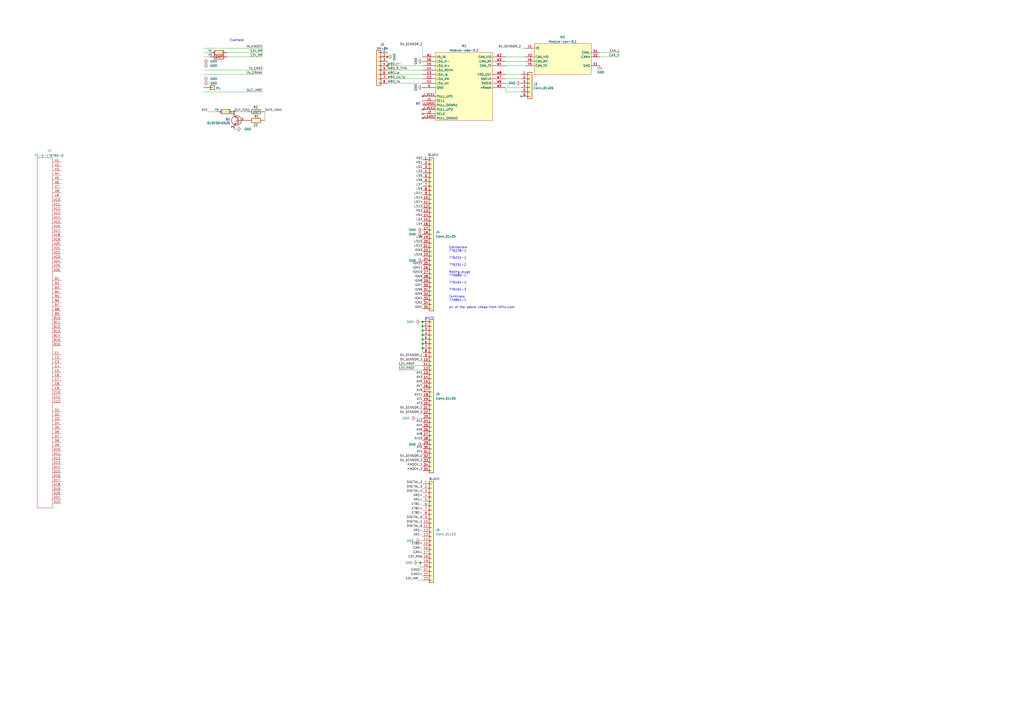
<source format=kicad_sch>
(kicad_sch (version 20210621) (generator eeschema)
  (paper "A2")
  (title_block (title "proteus80vag") (date "2021-09-27") (rev "a") (company "gerefi"))
  (lib_symbols
    (symbol "Connector_Generic:Conn_01x06" (pin_names (offset 1.016) hide)
      (property "Reference" "J" (at 0 7.62 0))
      (property "Value" "Conn_01x06" (at 0 -10.16 0))
      (symbol "Conn_01x06_1_1"
        (rectangle (start -1.27 -7.493) (end 0 -7.747) (stroke (width 0.1524)))
        (rectangle (start -1.27 -4.953) (end 0 -5.207) (stroke (width 0.1524)))
        (rectangle (start -1.27 -2.413) (end 0 -2.667) (stroke (width 0.1524)))
        (rectangle (start -1.27 0.127) (end 0 -0.127) (stroke (width 0.1524)))
        (rectangle (start -1.27 2.667) (end 0 2.413) (stroke (width 0.1524)))
        (rectangle (start -1.27 5.207) (end 0 4.953) (stroke (width 0.1524)))
        (rectangle (start -1.27 6.35) (end 1.27 -8.89) (stroke (width 0.254)) (fill (type background)))
        (pin passive line (at -5.08 5.08 0) (length 3.81) (name "Pin_1") (number "1"))
        (pin passive line (at -5.08 2.54 0) (length 3.81) (name "Pin_2") (number "2"))
        (pin passive line (at -5.08 0 0) (length 3.81) (name "Pin_3") (number "3"))
        (pin passive line (at -5.08 -2.54 0) (length 3.81) (name "Pin_4") (number "4"))
        (pin passive line (at -5.08 -5.08 0) (length 3.81) (name "Pin_5") (number "5"))
        (pin passive line (at -5.08 -7.62 0) (length 3.81) (name "Pin_6") (number "6"))
      )
    )
    (symbol "Connector_Generic:Conn_01x08" (pin_names (offset 1.016) hide)
      (property "Reference" "J" (at 0 10.16 0))
      (property "Value" "Conn_01x08" (at 0 -12.7 0))
      (symbol "Conn_01x08_1_1"
        (rectangle (start -1.27 -10.033) (end 0 -10.287) (stroke (width 0.1524)))
        (rectangle (start -1.27 -7.493) (end 0 -7.747) (stroke (width 0.1524)))
        (rectangle (start -1.27 -4.953) (end 0 -5.207) (stroke (width 0.1524)))
        (rectangle (start -1.27 -2.413) (end 0 -2.667) (stroke (width 0.1524)))
        (rectangle (start -1.27 0.127) (end 0 -0.127) (stroke (width 0.1524)))
        (rectangle (start -1.27 2.667) (end 0 2.413) (stroke (width 0.1524)))
        (rectangle (start -1.27 5.207) (end 0 4.953) (stroke (width 0.1524)))
        (rectangle (start -1.27 7.747) (end 0 7.493) (stroke (width 0.1524)))
        (rectangle (start -1.27 8.89) (end 1.27 -11.43) (stroke (width 0.254)) (fill (type background)))
        (pin passive line (at -5.08 7.62 0) (length 3.81) (name "Pin_1") (number "1"))
        (pin passive line (at -5.08 5.08 0) (length 3.81) (name "Pin_2") (number "2"))
        (pin passive line (at -5.08 2.54 0) (length 3.81) (name "Pin_3") (number "3"))
        (pin passive line (at -5.08 0 0) (length 3.81) (name "Pin_4") (number "4"))
        (pin passive line (at -5.08 -2.54 0) (length 3.81) (name "Pin_5") (number "5"))
        (pin passive line (at -5.08 -5.08 0) (length 3.81) (name "Pin_6") (number "6"))
        (pin passive line (at -5.08 -7.62 0) (length 3.81) (name "Pin_7") (number "7"))
        (pin passive line (at -5.08 -10.16 0) (length 3.81) (name "Pin_8") (number "8"))
      )
    )
    (symbol "Connector_Generic:Conn_01x23" (pin_names (offset 1.016) hide)
      (property "Reference" "J" (at 0 30.48 0))
      (property "Value" "Conn_01x23" (at 0 -30.48 0))
      (symbol "Conn_01x23_1_1"
        (rectangle (start -1.27 -27.813) (end 0 -28.067) (stroke (width 0.1524)))
        (rectangle (start -1.27 -25.273) (end 0 -25.527) (stroke (width 0.1524)))
        (rectangle (start -1.27 -22.733) (end 0 -22.987) (stroke (width 0.1524)))
        (rectangle (start -1.27 -20.193) (end 0 -20.447) (stroke (width 0.1524)))
        (rectangle (start -1.27 -17.653) (end 0 -17.907) (stroke (width 0.1524)))
        (rectangle (start -1.27 -15.113) (end 0 -15.367) (stroke (width 0.1524)))
        (rectangle (start -1.27 -12.573) (end 0 -12.827) (stroke (width 0.1524)))
        (rectangle (start -1.27 -10.033) (end 0 -10.287) (stroke (width 0.1524)))
        (rectangle (start -1.27 -7.493) (end 0 -7.747) (stroke (width 0.1524)))
        (rectangle (start -1.27 -4.953) (end 0 -5.207) (stroke (width 0.1524)))
        (rectangle (start -1.27 -2.413) (end 0 -2.667) (stroke (width 0.1524)))
        (rectangle (start -1.27 0.127) (end 0 -0.127) (stroke (width 0.1524)))
        (rectangle (start -1.27 2.667) (end 0 2.413) (stroke (width 0.1524)))
        (rectangle (start -1.27 5.207) (end 0 4.953) (stroke (width 0.1524)))
        (rectangle (start -1.27 7.747) (end 0 7.493) (stroke (width 0.1524)))
        (rectangle (start -1.27 10.287) (end 0 10.033) (stroke (width 0.1524)))
        (rectangle (start -1.27 12.827) (end 0 12.573) (stroke (width 0.1524)))
        (rectangle (start -1.27 15.367) (end 0 15.113) (stroke (width 0.1524)))
        (rectangle (start -1.27 17.907) (end 0 17.653) (stroke (width 0.1524)))
        (rectangle (start -1.27 20.447) (end 0 20.193) (stroke (width 0.1524)))
        (rectangle (start -1.27 22.987) (end 0 22.733) (stroke (width 0.1524)))
        (rectangle (start -1.27 25.527) (end 0 25.273) (stroke (width 0.1524)))
        (rectangle (start -1.27 28.067) (end 0 27.813) (stroke (width 0.1524)))
        (rectangle (start -1.27 29.21) (end 1.27 -29.21) (stroke (width 0.254)) (fill (type background)))
        (pin passive line (at -5.08 27.94 0) (length 3.81) (name "Pin_1") (number "1"))
        (pin passive line (at -5.08 5.08 0) (length 3.81) (name "Pin_10") (number "10"))
        (pin passive line (at -5.08 2.54 0) (length 3.81) (name "Pin_11") (number "11"))
        (pin passive line (at -5.08 0 0) (length 3.81) (name "Pin_12") (number "12"))
        (pin passive line (at -5.08 -2.54 0) (length 3.81) (name "Pin_13") (number "13"))
        (pin passive line (at -5.08 -5.08 0) (length 3.81) (name "Pin_14") (number "14"))
        (pin passive line (at -5.08 -7.62 0) (length 3.81) (name "Pin_15") (number "15"))
        (pin passive line (at -5.08 -10.16 0) (length 3.81) (name "Pin_16") (number "16"))
        (pin passive line (at -5.08 -12.7 0) (length 3.81) (name "Pin_17") (number "17"))
        (pin passive line (at -5.08 -15.24 0) (length 3.81) (name "Pin_18") (number "18"))
        (pin passive line (at -5.08 -17.78 0) (length 3.81) (name "Pin_19") (number "19"))
        (pin passive line (at -5.08 25.4 0) (length 3.81) (name "Pin_2") (number "2"))
        (pin passive line (at -5.08 -20.32 0) (length 3.81) (name "Pin_20") (number "20"))
        (pin passive line (at -5.08 -22.86 0) (length 3.81) (name "Pin_21") (number "21"))
        (pin passive line (at -5.08 -25.4 0) (length 3.81) (name "Pin_22") (number "22"))
        (pin passive line (at -5.08 -27.94 0) (length 3.81) (name "Pin_23") (number "23"))
        (pin passive line (at -5.08 22.86 0) (length 3.81) (name "Pin_3") (number "3"))
        (pin passive line (at -5.08 20.32 0) (length 3.81) (name "Pin_4") (number "4"))
        (pin passive line (at -5.08 17.78 0) (length 3.81) (name "Pin_5") (number "5"))
        (pin passive line (at -5.08 15.24 0) (length 3.81) (name "Pin_6") (number "6"))
        (pin passive line (at -5.08 12.7 0) (length 3.81) (name "Pin_7") (number "7"))
        (pin passive line (at -5.08 10.16 0) (length 3.81) (name "Pin_8") (number "8"))
        (pin passive line (at -5.08 7.62 0) (length 3.81) (name "Pin_9") (number "9"))
      )
    )
    (symbol "Connector_Generic:Conn_01x35" (pin_names (offset 1.016) hide)
      (property "Reference" "J" (at 0 45.72 0))
      (property "Value" "Conn_01x35" (at 0 -45.72 0))
      (symbol "Conn_01x35_1_1"
        (rectangle (start -1.27 -43.053) (end 0 -43.307) (stroke (width 0.1524)))
        (rectangle (start -1.27 -40.513) (end 0 -40.767) (stroke (width 0.1524)))
        (rectangle (start -1.27 -37.973) (end 0 -38.227) (stroke (width 0.1524)))
        (rectangle (start -1.27 -35.433) (end 0 -35.687) (stroke (width 0.1524)))
        (rectangle (start -1.27 -32.893) (end 0 -33.147) (stroke (width 0.1524)))
        (rectangle (start -1.27 -30.353) (end 0 -30.607) (stroke (width 0.1524)))
        (rectangle (start -1.27 -27.813) (end 0 -28.067) (stroke (width 0.1524)))
        (rectangle (start -1.27 -25.273) (end 0 -25.527) (stroke (width 0.1524)))
        (rectangle (start -1.27 -22.733) (end 0 -22.987) (stroke (width 0.1524)))
        (rectangle (start -1.27 -20.193) (end 0 -20.447) (stroke (width 0.1524)))
        (rectangle (start -1.27 -17.653) (end 0 -17.907) (stroke (width 0.1524)))
        (rectangle (start -1.27 -15.113) (end 0 -15.367) (stroke (width 0.1524)))
        (rectangle (start -1.27 -12.573) (end 0 -12.827) (stroke (width 0.1524)))
        (rectangle (start -1.27 -10.033) (end 0 -10.287) (stroke (width 0.1524)))
        (rectangle (start -1.27 -7.493) (end 0 -7.747) (stroke (width 0.1524)))
        (rectangle (start -1.27 -4.953) (end 0 -5.207) (stroke (width 0.1524)))
        (rectangle (start -1.27 -2.413) (end 0 -2.667) (stroke (width 0.1524)))
        (rectangle (start -1.27 0.127) (end 0 -0.127) (stroke (width 0.1524)))
        (rectangle (start -1.27 2.667) (end 0 2.413) (stroke (width 0.1524)))
        (rectangle (start -1.27 5.207) (end 0 4.953) (stroke (width 0.1524)))
        (rectangle (start -1.27 7.747) (end 0 7.493) (stroke (width 0.1524)))
        (rectangle (start -1.27 10.287) (end 0 10.033) (stroke (width 0.1524)))
        (rectangle (start -1.27 12.827) (end 0 12.573) (stroke (width 0.1524)))
        (rectangle (start -1.27 15.367) (end 0 15.113) (stroke (width 0.1524)))
        (rectangle (start -1.27 17.907) (end 0 17.653) (stroke (width 0.1524)))
        (rectangle (start -1.27 20.447) (end 0 20.193) (stroke (width 0.1524)))
        (rectangle (start -1.27 22.987) (end 0 22.733) (stroke (width 0.1524)))
        (rectangle (start -1.27 25.527) (end 0 25.273) (stroke (width 0.1524)))
        (rectangle (start -1.27 28.067) (end 0 27.813) (stroke (width 0.1524)))
        (rectangle (start -1.27 30.607) (end 0 30.353) (stroke (width 0.1524)))
        (rectangle (start -1.27 33.147) (end 0 32.893) (stroke (width 0.1524)))
        (rectangle (start -1.27 35.687) (end 0 35.433) (stroke (width 0.1524)))
        (rectangle (start -1.27 38.227) (end 0 37.973) (stroke (width 0.1524)))
        (rectangle (start -1.27 40.767) (end 0 40.513) (stroke (width 0.1524)))
        (rectangle (start -1.27 43.307) (end 0 43.053) (stroke (width 0.1524)))
        (rectangle (start -1.27 44.45) (end 1.27 -44.45) (stroke (width 0.254)) (fill (type background)))
        (pin passive line (at -5.08 43.18 0) (length 3.81) (name "Pin_1") (number "1"))
        (pin passive line (at -5.08 20.32 0) (length 3.81) (name "Pin_10") (number "10"))
        (pin passive line (at -5.08 17.78 0) (length 3.81) (name "Pin_11") (number "11"))
        (pin passive line (at -5.08 15.24 0) (length 3.81) (name "Pin_12") (number "12"))
        (pin passive line (at -5.08 12.7 0) (length 3.81) (name "Pin_13") (number "13"))
        (pin passive line (at -5.08 10.16 0) (length 3.81) (name "Pin_14") (number "14"))
        (pin passive line (at -5.08 7.62 0) (length 3.81) (name "Pin_15") (number "15"))
        (pin passive line (at -5.08 5.08 0) (length 3.81) (name "Pin_16") (number "16"))
        (pin passive line (at -5.08 2.54 0) (length 3.81) (name "Pin_17") (number "17"))
        (pin passive line (at -5.08 0 0) (length 3.81) (name "Pin_18") (number "18"))
        (pin passive line (at -5.08 -2.54 0) (length 3.81) (name "Pin_19") (number "19"))
        (pin passive line (at -5.08 40.64 0) (length 3.81) (name "Pin_2") (number "2"))
        (pin passive line (at -5.08 -5.08 0) (length 3.81) (name "Pin_20") (number "20"))
        (pin passive line (at -5.08 -7.62 0) (length 3.81) (name "Pin_21") (number "21"))
        (pin passive line (at -5.08 -10.16 0) (length 3.81) (name "Pin_22") (number "22"))
        (pin passive line (at -5.08 -12.7 0) (length 3.81) (name "Pin_23") (number "23"))
        (pin passive line (at -5.08 -15.24 0) (length 3.81) (name "Pin_24") (number "24"))
        (pin passive line (at -5.08 -17.78 0) (length 3.81) (name "Pin_25") (number "25"))
        (pin passive line (at -5.08 -20.32 0) (length 3.81) (name "Pin_26") (number "26"))
        (pin passive line (at -5.08 -22.86 0) (length 3.81) (name "Pin_27") (number "27"))
        (pin passive line (at -5.08 -25.4 0) (length 3.81) (name "Pin_28") (number "28"))
        (pin passive line (at -5.08 -27.94 0) (length 3.81) (name "Pin_29") (number "29"))
        (pin passive line (at -5.08 38.1 0) (length 3.81) (name "Pin_3") (number "3"))
        (pin passive line (at -5.08 -30.48 0) (length 3.81) (name "Pin_30") (number "30"))
        (pin passive line (at -5.08 -33.02 0) (length 3.81) (name "Pin_31") (number "31"))
        (pin passive line (at -5.08 -35.56 0) (length 3.81) (name "Pin_32") (number "32"))
        (pin passive line (at -5.08 -38.1 0) (length 3.81) (name "Pin_33") (number "33"))
        (pin passive line (at -5.08 -40.64 0) (length 3.81) (name "Pin_34") (number "34"))
        (pin passive line (at -5.08 -43.18 0) (length 3.81) (name "Pin_35") (number "35"))
        (pin passive line (at -5.08 35.56 0) (length 3.81) (name "Pin_4") (number "4"))
        (pin passive line (at -5.08 33.02 0) (length 3.81) (name "Pin_5") (number "5"))
        (pin passive line (at -5.08 30.48 0) (length 3.81) (name "Pin_6") (number "6"))
        (pin passive line (at -5.08 27.94 0) (length 3.81) (name "Pin_7") (number "7"))
        (pin passive line (at -5.08 25.4 0) (length 3.81) (name "Pin_8") (number "8"))
        (pin passive line (at -5.08 22.86 0) (length 3.81) (name "Pin_9") (number "9"))
      )
    )
    (symbol "Device:Q_NIGBT_GCE" (pin_names (offset 0) hide)
      (property "Reference" "Q" (at 5.08 1.27 0))
      (property "Value" "Q_NIGBT_GCE" (at 5.08 -1.27 0))
      (symbol "Q_NIGBT_GCE_0_1"
        (circle (center 1.27 0) (radius 2.8194) (stroke (width 0.254)))
        (polyline (pts (xy 0.762 -1.016) (xy 0.762 -2.032)) (stroke (width 0.254)))
        (polyline (pts (xy 0.762 0.508) (xy 0.762 -0.508)) (stroke (width 0.254)))
        (polyline (pts (xy 0.762 2.032) (xy 0.762 1.016)) (stroke (width 0.254)))
        (polyline (pts (xy 2.54 -2.413) (xy 0.762 -1.524)))
        (polyline (pts (xy 2.54 -0.889) (xy 0.762 0)))
        (polyline (pts (xy 2.54 2.413) (xy 0.762 1.524)))
        (polyline (pts (xy 0.254 1.905) (xy 0.254 -1.905) (xy 0.254 -1.905)) (stroke (width 0.254)))
        (polyline (pts (xy 1.397 -2.159) (xy 1.651 -1.651) (xy 2.54 -2.413) (xy 1.397 -2.159)) (fill (type outline)))
        (polyline (pts (xy 2.159 1.905) (xy 1.905 2.413) (xy 1.016 1.651) (xy 2.159 1.905)) (fill (type outline)))
      )
      (symbol "Q_NIGBT_GCE_1_1"
        (pin input line (at -5.08 0 0) (length 5.334) (name "G") (number "1"))
        (pin passive line (at 2.54 5.08 270) (length 2.54) (name "C") (number "2"))
        (pin passive line (at 2.54 -5.08 90) (length 2.54) (name "E") (number "3"))
      )
    )
    (symbol "TE-3-178780-6_76P:TE-3-178780-6" (pin_names (offset 1.016))
      (property "Reference" "J?" (at 1.27 3.81 0))
      (property "Value" "TE-3-178780-6" (at 8.89 1.27 0))
      (symbol "TE-3-178780-6_0_1"
        (rectangle (start 8.89 -203.2) (end 0 0) (stroke (width 0.1524)))
      )
      (symbol "TE-3-178780-6_1_1"
        (pin passive line (at 13.97 -2.54 180) (length 5.08) (name "") (number "A1"))
        (pin passive line (at 13.97 -25.4 180) (length 5.08) (name "") (number "A10"))
        (pin passive line (at 13.97 -27.94 180) (length 5.08) (name "") (number "A11"))
        (pin passive line (at 13.97 -30.48 180) (length 5.08) (name "") (number "A12"))
        (pin passive line (at 13.97 -33.02 180) (length 5.08) (name "") (number "A13"))
        (pin passive line (at 13.97 -35.56 180) (length 5.08) (name "") (number "A14"))
        (pin passive line (at 13.97 -38.1 180) (length 5.08) (name "") (number "A15"))
        (pin passive line (at 13.97 -40.64 180) (length 5.08) (name "") (number "A16"))
        (pin passive line (at 13.97 -43.18 180) (length 5.08) (name "") (number "A17"))
        (pin passive line (at 13.97 -45.72 180) (length 5.08) (name "") (number "A18"))
        (pin passive line (at 13.97 -48.26 180) (length 5.08) (name "") (number "A19"))
        (pin passive line (at 13.97 -5.08 180) (length 5.08) (name "") (number "A2"))
        (pin passive line (at 13.97 -50.8 180) (length 5.08) (name "") (number "A20"))
        (pin passive line (at 13.97 -53.34 180) (length 5.08) (name "") (number "A21"))
        (pin passive line (at 13.97 -55.88 180) (length 5.08) (name "") (number "A22"))
        (pin passive line (at 13.97 -58.42 180) (length 5.08) (name "") (number "A23"))
        (pin passive line (at 13.97 -60.96 180) (length 5.08) (name "") (number "A24"))
        (pin passive line (at 13.97 -63.5 180) (length 5.08) (name "") (number "A25"))
        (pin passive line (at 13.97 -66.04 180) (length 5.08) (name "") (number "A26"))
        (pin passive line (at 13.97 -7.62 180) (length 5.08) (name "") (number "A3"))
        (pin passive line (at 13.97 -10.16 180) (length 5.08) (name "") (number "A4"))
        (pin passive line (at 13.97 -12.7 180) (length 5.08) (name "") (number "A5"))
        (pin passive line (at 13.97 -15.24 180) (length 5.08) (name "") (number "A6"))
        (pin passive line (at 13.97 -17.78 180) (length 5.08) (name "") (number "A7"))
        (pin passive line (at 13.97 -20.32 180) (length 5.08) (name "") (number "A8"))
        (pin passive line (at 13.97 -22.86 180) (length 5.08) (name "") (number "A9"))
        (pin passive line (at 13.97 -71.12 180) (length 5.08) (name "") (number "B1"))
        (pin passive line (at 13.97 -93.98 180) (length 5.08) (name "") (number "B10"))
        (pin passive line (at 13.97 -96.52 180) (length 5.08) (name "") (number "B11"))
        (pin passive line (at 13.97 -99.06 180) (length 5.08) (name "") (number "B12"))
        (pin passive line (at 13.97 -101.6 180) (length 5.08) (name "") (number "B13"))
        (pin passive line (at 13.97 -104.14 180) (length 5.08) (name "") (number "B14"))
        (pin passive line (at 13.97 -106.68 180) (length 5.08) (name "") (number "B15"))
        (pin passive line (at 13.97 -109.22 180) (length 5.08) (name "") (number "B16"))
        (pin passive line (at 13.97 -73.66 180) (length 5.08) (name "") (number "B2"))
        (pin passive line (at 13.97 -76.2 180) (length 5.08) (name "") (number "B3"))
        (pin passive line (at 13.97 -78.74 180) (length 5.08) (name "") (number "B4"))
        (pin passive line (at 13.97 -81.28 180) (length 5.08) (name "") (number "B5"))
        (pin passive line (at 13.97 -83.82 180) (length 5.08) (name "") (number "B6"))
        (pin passive line (at 13.97 -86.36 180) (length 5.08) (name "") (number "B7"))
        (pin passive line (at 13.97 -88.9 180) (length 5.08) (name "") (number "B8"))
        (pin passive line (at 13.97 -91.44 180) (length 5.08) (name "") (number "B9"))
        (pin passive line (at 13.97 -114.3 180) (length 5.08) (name "") (number "C1"))
        (pin passive line (at 13.97 -137.16 180) (length 5.08) (name "") (number "C10"))
        (pin passive line (at 13.97 -139.7 180) (length 5.08) (name "") (number "C11"))
        (pin passive line (at 13.97 -142.24 180) (length 5.08) (name "") (number "C12"))
        (pin passive line (at 13.97 -116.84 180) (length 5.08) (name "") (number "C2"))
        (pin passive line (at 13.97 -119.38 180) (length 5.08) (name "") (number "C3"))
        (pin passive line (at 13.97 -121.92 180) (length 5.08) (name "") (number "C4"))
        (pin passive line (at 13.97 -124.46 180) (length 5.08) (name "") (number "C5"))
        (pin passive line (at 13.97 -127 180) (length 5.08) (name "") (number "C6"))
        (pin passive line (at 13.97 -129.54 180) (length 5.08) (name "") (number "C7"))
        (pin passive line (at 13.97 -132.08 180) (length 5.08) (name "") (number "C8"))
        (pin passive line (at 13.97 -134.62 180) (length 5.08) (name "") (number "C9"))
        (pin passive line (at 13.97 -147.32 180) (length 5.08) (name "") (number "D1"))
        (pin passive line (at 13.97 -170.18 180) (length 5.08) (name "") (number "D10"))
        (pin passive line (at 13.97 -172.72 180) (length 5.08) (name "") (number "D11"))
        (pin passive line (at 13.97 -175.26 180) (length 5.08) (name "") (number "D12"))
        (pin passive line (at 13.97 -177.8 180) (length 5.08) (name "") (number "D13"))
        (pin passive line (at 13.97 -180.34 180) (length 5.08) (name "") (number "D14"))
        (pin passive line (at 13.97 -182.88 180) (length 5.08) (name "") (number "D15"))
        (pin passive line (at 13.97 -185.42 180) (length 5.08) (name "") (number "D16"))
        (pin passive line (at 13.97 -187.96 180) (length 5.08) (name "") (number "D17"))
        (pin passive line (at 13.97 -190.5 180) (length 5.08) (name "") (number "D18"))
        (pin passive line (at 13.97 -193.04 180) (length 5.08) (name "") (number "D19"))
        (pin passive line (at 13.97 -149.86 180) (length 5.08) (name "") (number "D2"))
        (pin passive line (at 13.97 -195.58 180) (length 5.08) (name "") (number "D20"))
        (pin passive line (at 13.97 -198.12 180) (length 5.08) (name "") (number "D21"))
        (pin passive line (at 13.97 -200.66 180) (length 5.08) (name "") (number "D22"))
        (pin passive line (at 13.97 -152.4 180) (length 5.08) (name "") (number "D3"))
        (pin passive line (at 13.97 -154.94 180) (length 5.08) (name "") (number "D4"))
        (pin passive line (at 13.97 -157.48 180) (length 5.08) (name "") (number "D5"))
        (pin passive line (at 13.97 -160.02 180) (length 5.08) (name "") (number "D6"))
        (pin passive line (at 13.97 -162.56 180) (length 5.08) (name "") (number "D7"))
        (pin passive line (at 13.97 -165.1 180) (length 5.08) (name "") (number "D8"))
        (pin passive line (at 13.97 -167.64 180) (length 5.08) (name "") (number "D9"))
      )
    )
    (symbol "hellen-one-can-0.1:Module-can-0.1"
      (property "Reference" "M" (at 0 0 0))
      (property "Value" "Module-can-0.1" (at 0 0 0))
      (symbol "Module-can-0.1_1_0"
        (rectangle (start 33.02 0) (end 0 -17.78) (fill (type background)))
        (pin passive line (at 38.1 -12.7 180) (length 5.08) (name "GND") (number "E1"))
        (pin passive line (at 38.1 -5.08 180) (length 5.08) (name "CANL") (number "S1"))
        (pin passive line (at 38.1 -7.62 180) (length 5.08) (name "CANH") (number "S2"))
        (pin passive line (at -5.08 -2.54 0) (length 5.08) (name "V5") (number "V1"))
        (pin passive line (at -5.08 -7.62 0) (length 5.08) (name "CAN_VIO") (number "V2"))
        (pin passive line (at -5.08 -12.7 0) (length 5.08) (name "CAN_TX") (number "V5"))
        (pin passive line (at -5.08 -10.16 0) (length 5.08) (name "CAN_RX") (number "V6"))
      )
    )
    (symbol "hellen-one-common:Fuse-Pad-Pad" (pin_numbers hide) (pin_names (offset 0.762) hide)
      (property "Reference" "F" (at 0 2.54 0))
      (symbol "Fuse-Pad-Pad_0_1"
        (arc (start -1.27 0) (end 0 0) (radius (at -0.635 0.2137) (length 0.67) (angles -161.4 -18.6)) (stroke (width 0.0006)))
        (arc (start 0 0) (end 1.27 0) (radius (at 0.635 -0.3076) (length 0.7056) (angles 154.2 25.8)) (stroke (width 0.0006)))
        (circle (center -2.54 0) (radius 0.762))
        (circle (center 2.54 0) (radius 0.762))
        (pin passive line (at -5.08 0 0) (length 2.54) (name "1") (number "1"))
        (pin passive line (at 5.08 0 180) (length 2.54) (name "2") (number "2"))
      )
      (symbol "Fuse-Pad-Pad_1_0"
        (rectangle (start -2.54 -1.27) (end 2.54 1.27) (stroke (width 0.254)) (fill (type background)))
      )
    )
    (symbol "hellen-one-common:Pad" (pin_numbers hide) (pin_names (offset 1.016) hide)
      (property "Reference" "P" (at 2.54 0 0))
      (symbol "Pad_1_1"
        (rectangle (start -1.27 0.127) (end 0 -0.127) (stroke (width 0.1524)))
        (rectangle (start -1.27 1.27) (end 1.27 -1.27) (stroke (width 0.254)) (fill (type background)))
        (pin passive line (at -5.08 0 0) (length 3.81) (name "Pin_1") (number "1"))
      )
    )
    (symbol "hellen-one-common:Res" (pin_numbers hide)
      (property "Reference" "R" (at 3.81 2.54 0))
      (property "Value" "Res" (at 5.08 -2.54 0))
      (symbol "Res_1_0"
        (rectangle (start 2.54 -1.27) (end 7.62 1.27) (stroke (width 0.254)) (fill (type background)))
        (pin passive line (at 0 0 0) (length 2.54) (name "") (number "1"))
        (pin passive line (at 10.16 0 180) (length 2.54) (name "") (number "2"))
      )
    )
    (symbol "hellen-one-wbo-0.2:Module-wbo-0.2"
      (property "Reference" "M" (at 1.27 1.27 0))
      (property "Value" "Module-wbo-0.2" (at 8.89 -40.64 0))
      (symbol "Module-wbo-0.2_1_0"
        (rectangle (start 0 0) (end 33.02 -39.37) (fill (type background)))
        (pin passive line (at 40.64 -17.78 180) (length 7.62) (name "LSU_Un") (number "E1"))
        (pin passive line (at 40.64 -15.24 180) (length 7.62) (name "LSU_Vm") (number "E2"))
        (pin passive line (at 40.64 -12.7 180) (length 7.62) (name "LSU_Ip") (number "E3"))
        (pin passive line (at 40.64 -10.16 180) (length 7.62) (name "LSU_Rtrim") (number "E4"))
        (pin passive line (at 40.64 -7.62 180) (length 7.62) (name "LSU_H+") (number "E5"))
        (pin passive line (at 40.64 -5.08 180) (length 7.62) (name "LSU_H-") (number "E6"))
        (pin passive line (at 40.64 -20.32 180) (length 7.62) (name "GND") (number "G"))
        (pin passive line (at 40.64 -27.94 180) (length 7.62) (name "SEL1") (number "J1"))
        (pin passive line (at 40.64 -35.56 180) (length 7.62) (name "SEL2") (number "J2"))
        (pin passive line (at 40.64 -30.48 180) (length 7.62) (name "PULL_DOWN1") (number "J_GND1"))
        (pin passive line (at 40.64 -38.1 180) (length 7.62) (name "PULL_DOWN2") (number "J_GND2"))
        (pin passive line (at 40.64 -25.4 180) (length 7.62) (name "PULL_UP1") (number "J_VCC1"))
        (pin passive line (at 40.64 -33.02 180) (length 7.62) (name "PULL_UP2") (number "J_VCC2"))
        (pin passive line (at 40.64 -2.54 180) (length 7.62) (name "V5_IN") (number "W1"))
        (pin passive line (at -7.62 -2.54 0) (length 7.62) (name "CAN_VIO") (number "W2"))
        (pin passive line (at -7.62 -5.08 0) (length 7.62) (name "CAN_RX") (number "W3"))
        (pin passive line (at -7.62 -7.62 0) (length 7.62) (name "CAN_TX") (number "W4"))
        (pin passive line (at -7.62 -20.32 0) (length 7.62) (name "nReset") (number "W5"))
        (pin passive line (at -7.62 -17.78 0) (length 7.62) (name "SWDIO") (number "W6"))
        (pin passive line (at -7.62 -15.24 0) (length 7.62) (name "SWCLK") (number "W7"))
        (pin passive line (at -7.62 -12.7 0) (length 7.62) (name "V33_OUT") (number "W8"))
      )
    )
    (symbol "power:GND" (power) (pin_names (offset 0))
      (property "Value" "GND" (at 0 -3.81 0))
      (symbol "GND_0_1"
        (polyline (pts (xy 0 0) (xy 0 -1.27) (xy 1.27 -1.27) (xy 0 -2.54) (xy -1.27 -1.27) (xy 0 -1.27)))
      )
      (symbol "GND_1_1"
        (pin power_in line (at 0 0 270) (length 0) hide (name "GND") (number "1"))
      )
    )
  )
  (junction (at 135.89 64.77))
  (junction (at 224.79 33.02) (diameter 1.016))
  (junction (at 224.79 38.1) (diameter 1.016))
  (junction (at 243.84 326.39) (diameter 1.016))
  (junction (at 245.11 186.69) (diameter 1.016))
  (junction (at 245.11 189.23) (diameter 1.016))
  (junction (at 245.11 191.77) (diameter 1.016))
  (junction (at 245.11 194.31) (diameter 1.016))
  (junction (at 245.11 196.85) (diameter 1.016))
  (junction (at 245.11 199.39) (diameter 1.016))
  (junction (at 245.11 201.93) (diameter 1.016))
  (no_connect (at 245.11 55.88))
  (no_connect (at 245.11 63.5))
  (no_connect (at 245.11 66.04))
  (no_connect (at 245.11 68.58))
  (no_connect (at 302.26 55.88))
  (wire (pts (xy 118.11 27.94) (xy 152.4 27.94)))
  (wire (pts (xy 118.11 43.18) (xy 152.4 43.18)))
  (wire (pts (xy 118.11 53.34) (xy 152.4 53.34)))
  (wire (pts (xy 120.65 64.77) (xy 125.73 64.77)))
  (wire (pts (xy 121.92 30.48) (xy 118.11 30.48)))
  (wire (pts (xy 121.92 33.02) (xy 118.11 33.02)))
  (wire (pts (xy 135.89 64.77) (xy 143.51 64.77)))
  (wire (pts (xy 137.16 74.93) (xy 135.89 74.93)))
  (wire (pts (xy 152.4 30.48) (xy 132.08 30.48)))
  (wire (pts (xy 152.4 33.02) (xy 132.08 33.02)))
  (wire (pts (xy 152.4 40.64) (xy 118.11 40.64)))
  (wire (pts (xy 153.67 64.77) (xy 153.67 69.85)))
  (wire (pts (xy 224.79 30.48) (xy 224.79 33.02)))
  (wire (pts (xy 224.79 35.56) (xy 224.79 38.1)))
  (wire (pts (xy 224.79 38.1) (xy 245.11 38.1)))
  (wire (pts (xy 224.79 40.64) (xy 245.11 40.64)))
  (wire (pts (xy 224.79 43.18) (xy 245.11 43.18)))
  (wire (pts (xy 224.79 45.72) (xy 245.11 45.72)))
  (wire (pts (xy 224.79 48.26) (xy 245.11 48.26)))
  (wire (pts (xy 231.14 212.09) (xy 245.11 212.09)))
  (wire (pts (xy 231.14 214.63) (xy 245.11 214.63)))
  (wire (pts (xy 241.3 242.57) (xy 245.11 242.57)))
  (wire (pts (xy 242.57 326.39) (xy 243.84 326.39)))
  (wire (pts (xy 242.57 336.55) (xy 245.11 336.55)))
  (wire (pts (xy 243.84 186.69) (xy 245.11 186.69)))
  (wire (pts (xy 243.84 313.69) (xy 245.11 313.69)))
  (wire (pts (xy 243.84 326.39) (xy 243.84 328.93)))
  (wire (pts (xy 243.84 328.93) (xy 245.11 328.93)))
  (wire (pts (xy 245.11 26.67) (xy 245.11 33.02)))
  (wire (pts (xy 245.11 58.42) (xy 245.11 60.96)))
  (wire (pts (xy 245.11 186.69) (xy 245.11 189.23)))
  (wire (pts (xy 245.11 189.23) (xy 245.11 191.77)))
  (wire (pts (xy 245.11 191.77) (xy 245.11 194.31)))
  (wire (pts (xy 245.11 194.31) (xy 245.11 196.85)))
  (wire (pts (xy 245.11 196.85) (xy 245.11 199.39)))
  (wire (pts (xy 245.11 199.39) (xy 245.11 201.93)))
  (wire (pts (xy 245.11 201.93) (xy 245.11 204.47)))
  (wire (pts (xy 245.11 326.39) (xy 243.84 326.39)))
  (wire (pts (xy 293.37 33.02) (xy 304.8 33.02)))
  (wire (pts (xy 293.37 35.56) (xy 304.8 35.56)))
  (wire (pts (xy 293.37 38.1) (xy 304.8 38.1)))
  (wire (pts (xy 293.37 43.18) (xy 302.26 43.18)))
  (wire (pts (xy 293.37 45.72) (xy 302.26 45.72)))
  (wire (pts (xy 293.37 48.26) (xy 294.64 48.26)))
  (wire (pts (xy 293.37 50.8) (xy 293.37 53.34)))
  (wire (pts (xy 293.37 53.34) (xy 302.26 53.34)))
  (wire (pts (xy 294.64 48.26) (xy 294.64 50.8)))
  (wire (pts (xy 294.64 50.8) (xy 302.26 50.8)))
  (wire (pts (xy 302.26 27.94) (xy 304.8 27.94)))
  (wire (pts (xy 347.98 30.48) (xy 359.41 30.48)))
  (wire (pts (xy 347.98 33.02) (xy 359.41 33.02)))
  (text "Example" (at 133.35 24.13 0) (effects (font (size 1.27 1.27)) (justify left bottom)))
  (text "#0" (at 243.84 60.96 180) (effects (font (size 1.27 1.27)) (justify right bottom)))
  (text "WHITE" (at 246.38 185.42 0) (effects (font (size 1.27 1.27)) (justify left bottom)))
  (text "BLACK" (at 248.285 90.805 0) (effects (font (size 1.27 1.27)) (justify left bottom)))
  (text "BLACK" (at 248.92 278.765 0) (effects (font (size 1.27 1.27)) (justify left bottom)))
  (text "Connectors\n776228-1\n\n776231-1\n\n776231-2\n\nMating plugs\n770680-1\n\n776164-1\n\n776164-2\n\nTerminals\n770854-1\n\nall of the above cheap from ttiinc.com" (at 260.35 179.07 0) (effects (font (size 1.27 1.27)) (justify left bottom)))
  (label "HV1" (at 120.65 64.77 180))
  (label "OUT_IGN1" (at 135.89 64.77 0))
  (label "IN_KNOCK" (at 152.4 27.94 180))
  (label "12V_MR" (at 152.4 30.48 180))
  (label "12V_MR" (at 152.4 33.02 180))
  (label "IN_CAM2" (at 152.4 40.64 180))
  (label "IN_CRANK" (at 152.4 43.18 180))
  (label "OUT_IMRC" (at 152.4 53.34 180))
  (label "GATE_IGN1" (at 153.67 64.77 0))
  (label "WBO_H-" (at 224.79 38.1 0))
  (label "WBO_R_Trim" (at 224.79 40.64 0))
  (label "WBO_Ip" (at 224.79 43.18 0))
  (label "WBO_Vs{slash}Ip" (at 224.79 45.72 0))
  (label "WBO_Vs" (at 224.79 48.26 0))
  (label "12V_PROT" (at 231.14 212.09 0))
  (label "12V_PROT" (at 231.14 214.63 0))
  (label "12V_MR" (at 242.57 336.55 180))
  (label "5V_SENSOR_2" (at 245.11 26.67 180))
  (label "HS2" (at 245.11 92.71 180))
  (label "HS1" (at 245.11 95.25 180))
  (label "LS1" (at 245.11 97.79 180))
  (label "LS3" (at 245.11 100.33 180))
  (label "LS5" (at 245.11 102.87 180))
  (label "LS6" (at 245.11 105.41 180))
  (label "LS7" (at 245.11 107.95 180))
  (label "LS9" (at 245.11 110.49 180))
  (label "LS11" (at 245.11 113.03 180))
  (label "LS13" (at 245.11 115.57 180))
  (label "LS14" (at 245.11 118.11 180))
  (label "LS15" (at 245.11 120.65 180))
  (label "HS3" (at 245.11 123.19 180))
  (label "HS4" (at 245.11 125.73 180))
  (label "LS2" (at 245.11 128.27 180))
  (label "LS4" (at 245.11 130.81 180))
  (label "LS8" (at 245.11 138.43 180))
  (label "LS10" (at 245.11 140.97 180))
  (label "LS12" (at 245.11 143.51 180))
  (label "IGN3" (at 245.11 146.05 180))
  (label "LS16" (at 245.11 148.59 180))
  (label "IGN12" (at 245.11 153.67 180))
  (label "IGN11" (at 245.11 156.21 180))
  (label "IGN10" (at 245.11 158.75 180))
  (label "IGN9" (at 245.11 161.29 180))
  (label "IGN8" (at 245.11 163.83 180))
  (label "IGN7" (at 245.11 166.37 180))
  (label "IGN6" (at 245.11 168.91 180))
  (label "IGN5" (at 245.11 171.45 180))
  (label "IGN4" (at 245.11 173.99 180))
  (label "IGN2" (at 245.11 176.53 180))
  (label "IGN1" (at 245.11 179.07 180))
  (label "5V_SENSOR_1" (at 245.11 207.01 180))
  (label "5V_SENSOR_2" (at 245.11 209.55 180))
  (label "AV1" (at 245.11 217.17 180))
  (label "AV3" (at 245.11 219.71 180))
  (label "AV5" (at 245.11 222.25 180))
  (label "AV7" (at 245.11 224.79 180))
  (label "AV9" (at 245.11 227.33 180))
  (label "AV11" (at 245.11 229.87 180))
  (label "AT1" (at 245.11 232.41 180))
  (label "AT3" (at 245.11 234.95 180))
  (label "5V_SENSOR_1" (at 245.11 237.49 180))
  (label "5V_SENSOR_2" (at 245.11 240.03 180))
  (label "AV2" (at 245.11 245.11 180))
  (label "AV4" (at 245.11 247.65 180))
  (label "AV6" (at 245.11 250.19 180))
  (label "AV8" (at 245.11 252.73 180))
  (label "AV10" (at 245.11 255.27 180))
  (label "AT2" (at 245.11 260.35 180))
  (label "AT4" (at 245.11 262.89 180))
  (label "5V_SENSOR_1" (at 245.11 265.43 180))
  (label "5V_SENSOR_2" (at 245.11 267.97 180))
  (label "KNOCK_1" (at 245.11 270.51 180))
  (label "KNOCK_2" (at 245.11 273.05 180))
  (label "DIGITAL_2" (at 245.11 280.67 180))
  (label "DIGITAL_3" (at 245.11 283.21 180))
  (label "DIGITAL_4" (at 245.11 285.75 180))
  (label "VR2+" (at 245.11 288.29 180))
  (label "VR1+" (at 245.11 290.83 180))
  (label "ETB1-" (at 245.11 293.37 180))
  (label "ETB1+" (at 245.11 295.91 180))
  (label "ETB2-" (at 245.11 298.45 180))
  (label "DIGITAL_5" (at 245.11 300.99 180))
  (label "DIGITAL_1" (at 245.11 303.53 180))
  (label "DIGITAL_6" (at 245.11 306.07 180))
  (label "VR2-" (at 245.11 308.61 180))
  (label "VR1-" (at 245.11 311.15 180))
  (label "ETB2+" (at 245.11 316.23 180))
  (label "CAN-" (at 245.11 318.77 180))
  (label "CAN+" (at 245.11 321.31 180))
  (label "12V_RAW" (at 245.11 323.85 180))
  (label "CAN2-" (at 245.11 331.47 180))
  (label "CAN2+" (at 245.11 334.01 180))
  (label "5V_SENSOR_2" (at 302.26 27.94 180))
  (label "CAN_L" (at 359.41 30.48 180))
  (label "CAN_H" (at 359.41 33.02 180))
  (symbol (lib_id "power:GND") (at 118.11 35.56 90) (unit 1)
    (property "Reference" "#PWR01" (effects hide))
    (property "Value" "GND" (at 121.92 35.56 90) (effects (justify right)))
  )
  (symbol (lib_id "power:GND") (at 118.11 38.1 90) (unit 1)
    (property "Reference" "#PWR02" (effects hide))
    (property "Value" "GND" (at 121.92 38.1 90) (effects (justify right)))
  )
  (symbol (lib_id "power:GND") (at 118.11 45.72 90) (unit 1)
    (property "Reference" "#PWR03" (effects hide))
    (property "Value" "GND" (at 121.92 45.72 90) (effects (justify right)))
  )
  (symbol (lib_id "power:GND") (at 118.11 48.26 90) (unit 1)
    (property "Reference" "#PWR04" (effects hide))
    (property "Value" "GND" (at 121.92 48.26 90) (effects (justify right)))
  )
  (symbol (lib_id "power:GND") (at 137.16 74.93 90) (unit 1)
    (property "Reference" "#PWR05" (effects hide))
    (property "Value" "GND" (at 143.6434 74.8792 90))
  )
  (symbol (lib_id "power:GND") (at 224.79 33.02 90) (mirror x) (unit 1)
    (property "Reference" "#PWR08" (effects hide))
    (property "Value" "GND" (at 228.7334 33.0708 0))
  )
  (symbol (lib_id "power:GND") (at 241.3 242.57 270) (unit 1)
    (property "Reference" "#PWR013" (effects hide))
    (property "Value" "GND" (at 237.49 242.57 90) (effects (justify right)))
  )
  (symbol (lib_id "power:GND") (at 242.57 326.39 270) (unit 1)
    (property "Reference" "#PWR014" (effects hide))
    (property "Value" "GND" (at 239.395 326.39 90) (effects (justify right)))
  )
  (symbol (lib_id "power:GND") (at 243.84 186.69 270) (unit 1)
    (property "Reference" "#PWR015" (effects hide))
    (property "Value" "GND" (at 240.03 186.69 90) (effects (justify right)))
  )
  (symbol (lib_id "power:GND") (at 243.84 313.69 270) (unit 1)
    (property "Reference" "#PWR016" (effects hide))
    (property "Value" "GND" (at 240.03 313.69 90) (effects (justify right)))
  )
  (symbol (lib_id "power:GND") (at 245.11 35.56 270) (mirror x) (unit 1)
    (property "Reference" "#PWR09" (effects hide))
    (property "Value" "GND" (at 241.1666 35.5092 0))
  )
  (symbol (lib_id "power:GND") (at 245.11 50.8 270) (mirror x) (unit 1)
    (property "Reference" "#PWR010" (effects hide))
    (property "Value" "GND" (at 241.1666 50.7492 0))
  )
  (symbol (lib_id "power:GND") (at 245.11 133.35 270) (unit 1)
    (property "Reference" "#PWR017" (effects hide))
    (property "Value" "GND" (at 241.3 133.35 90) (effects (justify right)))
  )
  (symbol (lib_id "power:GND") (at 245.11 135.89 270) (unit 1)
    (property "Reference" "#PWR018" (effects hide))
    (property "Value" "GND" (at 241.3 135.89 90) (effects (justify right)))
  )
  (symbol (lib_id "power:GND") (at 245.11 151.13 270) (unit 1)
    (property "Reference" "#PWR019" (effects hide))
    (property "Value" "GND" (at 241.3 151.13 90) (effects (justify right)))
  )
  (symbol (lib_id "power:GND") (at 245.11 257.81 270) (unit 1)
    (property "Reference" "#PWR020" (effects hide))
    (property "Value" "GND" (at 241.3 257.81 90) (effects (justify right)))
  )
  (symbol (lib_id "power:GND") (at 302.26 48.26 270) (mirror x) (unit 1)
    (property "Reference" "#PWR011" (effects hide))
    (property "Value" "GND" (at 297.0466 48.2092 90))
  )
  (symbol (lib_id "power:GND") (at 347.98 38.1 0) (unit 1)
    (property "Reference" "#PWR012" (effects hide))
    (property "Value" "GND" (at 350.52 41.91 0) (effects (justify right)))
  )
  (symbol (lib_id "hellen-one-common:Pad") (at 123.19 50.8 0) (unit 1)
    (property "Reference" "P1" (at 125.2221 51.279 0) (effects (justify left)))
    (property "Value" "Pad" (effects hide))
    (property "Footprint" "hellen-one-common:PAD-TH" (effects hide))
  )
  (symbol (lib_id "hellen-one-common:Fuse-Pad-Pad") (at 127 30.48 0) (unit 1)
    (property "Reference" "F1" (at 121.92 29.3489 0) (effects (font (size 1.016 1.016))))
    (property "Value" "Fuse-Pad-Pad" (effects hide))
    (property "Footprint" "hellen-one-common:PAD-1206-PAD" (effects hide))
    (property "LCSC" "C182446" (effects hide))
  )
  (symbol (lib_id "hellen-one-common:Fuse-Pad-Pad") (at 127 33.02 0) (unit 1)
    (property "Reference" "F2" (at 121.92 31.8889 0) (effects (font (size 1.016 1.016))))
    (property "Value" "Fuse-Pad-Pad" (effects hide))
    (property "Footprint" "hellen-one-common:PAD-1206-PAD" (effects hide))
    (property "MyComment" "DNP" (at 127 33.02 0))
  )
  (symbol (lib_id "hellen-one-common:Fuse-Pad-Pad") (at 130.81 64.77 0) (unit 1)
    (property "Reference" "F3" (at 125.73 63.6848 0) (effects (font (size 1.016 1.016))))
    (property "Value" "10A" (effects hide))
    (property "Footprint" "hellen-one-common:36911600000" (effects hide))
    (property "LCSC" "C354908" (effects hide))
  )
  (symbol (lib_id "hellen-one-common:Res") (at 143.51 69.85 0) (mirror x) (unit 1)
    (property "Reference" "R1" (at 148.832 67.5018 0))
    (property "Value" "22" (at 148.2761 72.5256 0))
    (property "Footprint" "hellen-one-common:R0603" (effects hide))
    (property "LCSC" "C23345" (effects hide))
  )
  (symbol (lib_id "hellen-one-common:Res") (at 153.67 64.77 0) (mirror y) (unit 1)
    (property "Reference" "R2" (at 148.2696 62.1253 0))
    (property "Value" "DNP" (at 148.6165 64.9327 0))
    (property "Footprint" "Resistor_SMD:R_2512_6332Metric" (effects hide))
  )
  (symbol (lib_id "Device:Q_NIGBT_GCE") (at 138.43 69.85 0) (mirror y) (unit 1)
    (property "Reference" "Q1" (at 133.5785 69.0891 0) (effects (justify left)))
    (property "Value" "ISL9V3040S3S" (at 133.5785 71.3878 0) (effects (justify left)))
    (property "Footprint" "Package_TO_SOT_SMD:TO-263-2" (effects hide))
    (property "LCSC" "C898702" (effects hide))
  )
  (symbol (lib_id "Connector_Generic:Conn_01x06") (at 307.34 48.26 0) (unit 1)
    (property "Reference" "J3" (at 309.3721 48.7691 0) (effects (justify left)))
    (property "Value" "Conn_01x06" (at 309.3721 51.0678 0) (effects (justify left)))
    (property "Footprint" "Connector_PinHeader_2.54mm:PinHeader_1x06_P2.54mm_Vertical" (effects hide))
  )
  (symbol (lib_id "Connector_Generic:Conn_01x08") (at 219.71 38.1 0) (mirror y) (unit 1)
    (property "Reference" "J2" (at 221.742 25.7768 0))
    (property "Value" "XH-8A" (at 221.742 28.0755 0))
    (property "Footprint" "hellen-one-common:XH-8A" (effects hide))
    (property "LCSC" "C10385" (effects hide))
  )
  (symbol (lib_id "Connector_Generic:Conn_01x23") (at 250.19 308.61 0) (unit 1)
    (property "Reference" "J6" (at 252.73 307.34 0) (effects (justify left)))
    (property "Value" "Conn_01x23" (at 252.73 309.88 0) (effects (justify left)))
    (property "Footprint" "lib:ampseal-23" (effects hide))
    (property "PN" "776228-1" (effects hide))
    (property "LCSC" "N/A" (effects hide))
  )
  (symbol (lib_id "Connector_Generic:Conn_01x35") (at 250.19 135.89 0) (unit 1)
    (property "Reference" "J4" (at 252.73 134.62 0) (effects (justify left)))
    (property "Value" "Conn_01x35" (at 252.73 137.16 0) (effects (justify left)))
    (property "Footprint" "lib:ampseal-35" (effects hide))
    (property "PN" "776231-1" (effects hide))
    (property "LCSC" "N/A" (effects hide))
  )
  (symbol (lib_id "Connector_Generic:Conn_01x35") (at 250.19 229.87 0) (unit 1)
    (property "Reference" "J5" (at 252.73 228.6 0) (effects (justify left)))
    (property "Value" "Conn_01x35" (at 252.73 231.14 0) (effects (justify left)))
    (property "Footprint" "lib:ampseal-35-2" (effects hide))
    (property "PN" "776231-2" (effects hide))
    (property "LCSC" "N/A" (effects hide))
  )
  (symbol (lib_id "hellen-one-can-0.1:Module-can-0.1") (at 309.88 25.4 0) (unit 1)
    (property "Reference" "M2" (at 326.39 21.59 0))
    (property "Value" "Module-can-0.1" (at 326.39 24.13 0))
    (property "Footprint" "hellen-one-can-0.1:can" (effects hide))
  )
  (symbol (lib_id "hellen-one-wbo-0.2:Module-wbo-0.2") (at 285.75 30.48 0) (mirror y) (unit 1)
    (property "Reference" "M1" (at 269.24 26.67 0))
    (property "Value" "Module-wbo-0.2" (at 269.24 29.21 0))
    (property "Footprint" "hellen-one-wbo-0.2:wbo" (effects hide))
  )
  (symbol (lib_id "TE-3-178780-6_76P:TE-3-178780-6") (at 21.59 91.44 0) (unit 1)
    (property "Reference" "J?" (at 28.5369 87.5242 0))
    (property "Value" "TE-3-178780-6" (at 28.5369 90.2993 0))
    (property "Footprint" "lib:TE-3-178780-6" (effects hide))
    (property "Datasheet" "https://www.te.com/usa-en/product-3-178780-6.html" (effects hide))
  )
)
</source>
